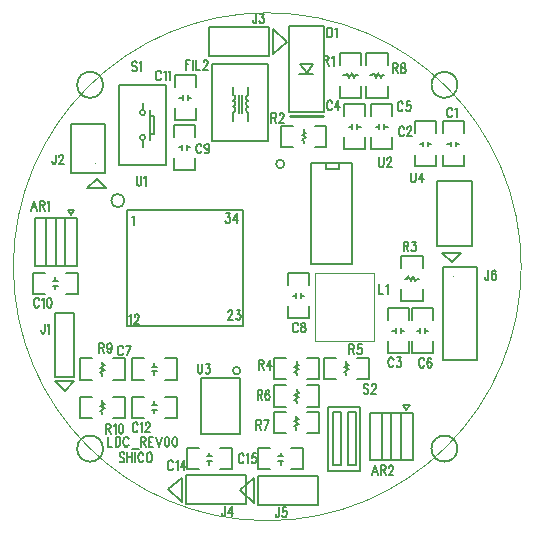
<source format=gbr>
*
*
G04 PADS 9.3 Build Number: 433611 generated Gerber (RS-274-X) file*
G04 PC Version=2.1*
*
%IN "LDC_Layout_20161209.pcb"*%
*
%MOIN*%
*
%FSLAX35Y35*%
*
*
*
*
G04 PC Standard Apertures*
*
*
G04 Thermal Relief Aperture macro.*
%AMTER*
1,1,$1,0,0*
1,0,$1-$2,0,0*
21,0,$3,$4,0,0,45*
21,0,$3,$4,0,0,135*
%
*
*
G04 Annular Aperture macro.*
%AMANN*
1,1,$1,0,0*
1,0,$2,0,0*
%
*
*
G04 Odd Aperture macro.*
%AMODD*
1,1,$1,0,0*
1,0,$1-0.005,0,0*
%
*
*
G04 PC Custom Aperture Macros*
*
*
*
*
*
*
G04 PC Aperture Table*
*
%ADD010C,0.001*%
%ADD011C,0.005*%
%ADD035C,0.01*%
%ADD041C,0.00394*%
%ADD044C,0.00394*%
%ADD045C,0.00003*%
*
*
*
*
G04 PC Circuitry*
G04 Layer Name LDC_Layout_20161209.pcb - circuitry*
%LPD*%
*
*
G04 PC Custom Flashes*
G04 Layer Name LDC_Layout_20161209.pcb - flashes*
%LPD*%
*
*
G04 PC Circuitry*
G04 Layer Name LDC_Layout_20161209.pcb - circuitry*
%LPD*%
*
G54D10*
G54D11*
G01X346125Y415748D02*
G75*
G03X346125I-2227J0D01*
G01X346857Y412738D02*
Y373855D01*
X385752*
Y412765*
X346887*
X379952Y411549D02*
X381202D01*
X380520Y410299*
X380861*
X381088Y410143*
X381202Y409986*
X381315Y409518*
Y409205*
X381202Y408736*
X380974Y408424*
X380634Y408268*
X380634D02*
X380293D01*
X379952Y408424*
X379838Y408580*
X379724Y408893*
X383474Y411549D02*
X382338Y409361D01*
X384043*
X383474Y411549D02*
Y408268D01*
X380724Y378504D02*
Y378660D01*
X380838Y378973*
X380951Y379129*
X381178Y379285*
X381633*
X381860Y379129*
X381974Y378973*
X382088Y378660*
Y378348*
X381974Y378035*
X381747Y377566*
X380610Y376004*
X382201*
X383451Y379285D02*
X384701D01*
X384019Y378035*
X384360*
X384588Y377879*
X384701Y377723*
X384815Y377254*
Y376941*
X384701Y376473*
X384474Y376160*
X384133Y376004*
X383792*
X383451Y376160*
X383338Y376316*
X383224Y376629*
X347745Y377192D02*
X347973Y377348D01*
X348313Y377817*
Y374536*
X349450Y377036D02*
Y377192D01*
X349563Y377504*
X349677Y377661*
X349904Y377817*
X350359*
X350586Y377661*
X350700Y377504*
X350813Y377192*
Y376879*
X350700Y376567*
X350473Y376098*
X349336Y374536*
X350927*
X348622Y410137D02*
X348849Y410293D01*
X349190Y410762*
Y407480*
X422047Y428346D02*
Y394488D01*
X408268*
Y428346*
X422047*
X417520Y428150D02*
Y426181D01*
X413189*
Y428150*
X417520*
X399451Y427953D02*
G03X399451I-1420J0D01*
G01X384646Y356693D02*
Y337795D01*
X371654*
Y356693*
X384646*
X384710Y359055D02*
G03X384710I-1245J0D01*
G01X409055Y457874D02*
X404331D01*
X408992Y461417D02*
X404559D01*
X406859Y458268*
X408992Y461417*
X412500Y474016D02*
Y445276D01*
X400886*
Y474016*
X412500*
X362795Y453543D02*
Y457480D01*
X369882*
Y453543*
Y446457D02*
Y442520D01*
X362795*
Y446457*
X365551Y449213D02*
Y450787D01*
X367126Y449213D02*
Y450787D01*
Y450000D02*
X368307D01*
X364370D02*
X365551D01*
X417913Y461024D02*
Y464961D01*
X425000*
Y461024*
Y453937D02*
Y450000D01*
X417913*
Y453937*
X423031Y457480D02*
X423819D01*
X419094D02*
X419882D01*
X420276Y458268*
X421063Y456693*
X421850Y458268*
X422638Y456693*
X423031Y457480*
X409449Y440748D02*
X413386D01*
Y433661*
X409449*
X402362D02*
X398425D01*
Y440748*
X402362*
X405906Y435630D02*
Y434843D01*
Y439567D02*
Y438780D01*
X406693Y438386*
X405118Y437598*
X406693Y436811*
X405118Y436024*
X405906Y435630*
X450158Y400631D02*
Y422359D01*
X461812*
Y400709*
X450357*
X445472Y386220D02*
Y382283D01*
X438386*
Y386220*
Y393307D02*
Y397244D01*
X445472*
Y393307*
X440354Y389764D02*
X439567D01*
X444291D02*
X443504D01*
X443110Y388976*
X442323Y390551*
X441535Y388976*
X440748Y390551*
X440354Y389764*
X459252Y431102D02*
Y427165D01*
X452165*
Y431102*
Y438189D02*
Y442126D01*
X459252*
Y438189*
X456496Y435433D02*
Y433858D01*
X454921Y435433D02*
Y433858D01*
Y434646D02*
X453740D01*
X457677D02*
X456496D01*
X450000Y431102D02*
Y427165D01*
X442913*
Y431102*
Y438189D02*
Y442126D01*
X450000*
Y438189*
X447244Y435433D02*
Y433858D01*
X445669Y435433D02*
Y433858D01*
Y434646D02*
X444488D01*
X448425D02*
X447244D01*
X400000Y356299D02*
X396063D01*
Y363386*
X400000*
X407087D02*
X411024D01*
Y356299*
X407087*
X403543Y361417D02*
Y362205D01*
Y357480D02*
Y358268D01*
X402756Y358661*
X404331Y359449*
X402756Y360236*
X404331Y361024*
X403543Y361417*
X433858Y375984D02*
Y379921D01*
X440945*
Y375984*
Y368898D02*
Y364961D01*
X433858*
Y368898*
X436614Y371654D02*
Y373228D01*
X438189Y371654D02*
Y373228D01*
Y372441D02*
X439370D01*
X435433D02*
X436614D01*
X426378Y436811D02*
Y432874D01*
X419291*
Y436811*
Y443898D02*
Y447835D01*
X426378*
Y443898*
X423622Y441142D02*
Y439567D01*
X422047Y441142D02*
Y439567D01*
Y440354D02*
X420866D01*
X424803D02*
X423622D01*
X435433Y436811D02*
Y432874D01*
X428346*
Y436811*
Y443898D02*
Y447835D01*
X435433*
Y443898*
X432677Y441142D02*
Y439567D01*
X431102Y441142D02*
Y439567D01*
Y440354D02*
X429921D01*
X433858D02*
X432677D01*
X441929Y375984D02*
Y379921D01*
X449016*
Y375984*
Y368898D02*
Y364961D01*
X441929*
Y368898*
X444685Y371654D02*
Y373228D01*
X446260Y371654D02*
Y373228D01*
Y372441D02*
X447441D01*
X443504D02*
X444685D01*
X360039Y454134D02*
Y427756D01*
X344291*
Y454134*
X360039*
X353046Y445079D02*
G03X353046I-881J0D01*
G01Y436811D02*
G03X353046I-881J0D01*
G01X354528Y445866D02*
Y436024D01*
Y443898D02*
Y437992D01*
X356102*
Y443898*
X354528*
X352165Y448228D02*
Y445866D01*
Y436024D02*
Y433661D01*
X359646Y363189D02*
X363583D01*
Y356102*
X359646*
X352559D02*
X348622D01*
Y363189*
X352559*
X355315Y360433D02*
X356890D01*
X355315Y358858D02*
X356890D01*
X356102D02*
Y357677D01*
Y361614D02*
Y360433D01*
X400591Y387598D02*
Y391535D01*
X407677*
Y387598*
Y380512D02*
Y376575D01*
X400591*
Y380512*
X403346Y383268D02*
Y384843D01*
X404921Y383268D02*
Y384843D01*
Y384055D02*
X406102D01*
X402165D02*
X403346D01*
X369685Y429921D02*
Y425984D01*
X362598*
Y429921*
Y437008D02*
Y440945D01*
X369685*
Y437008*
X366929Y434252D02*
Y432677D01*
X365354Y434252D02*
Y432677D01*
Y433465D02*
X364173D01*
X368110D02*
X366929D01*
X326575Y391732D02*
X330512D01*
Y384646*
X326575*
X319488D02*
X315551D01*
Y391732*
X319488*
X322244Y388976D02*
X323819D01*
X322244Y387402D02*
X323819D01*
X323031D02*
Y386220D01*
Y390157D02*
Y388976D01*
X433858Y453937D02*
Y450000D01*
X426772*
Y453937*
Y461024D02*
Y464961D01*
X433858*
Y461024*
X428740Y457480D02*
X427953D01*
X432677D02*
X431890D01*
X431496Y456693*
X430709Y458268*
X429921Y456693*
X429134Y458268*
X428740Y457480*
X359646Y350394D02*
X363583D01*
Y343307*
X359646*
X352559D02*
X348622D01*
Y350394*
X352559*
X355315Y347638D02*
X356890D01*
X355315Y346063D02*
X356890D01*
X356102D02*
Y344882D01*
Y348819D02*
Y347638D01*
X338976Y333071D02*
G03X338976I-4330J0D01*
G01X423622Y363386D02*
X427559D01*
Y356299*
X423622*
X416535D02*
X412598D01*
Y363386*
X416535*
X420079Y358268D02*
Y357480D01*
Y362205D02*
Y361417D01*
X420866Y361024*
X419291Y360236*
X420866Y359449*
X419291Y358661*
X420079Y358268*
X413976Y346850D02*
X424606D01*
Y325591*
X413976*
Y346850*
X415551Y345276D02*
X418307D01*
Y327559*
X415551*
Y345276*
X420472D02*
X423228D01*
Y327657*
X420472*
Y345276*
X400000Y347047D02*
X396063D01*
Y354134*
X400000*
X407087D02*
X411024D01*
Y347047*
X407087*
X403543Y352165D02*
Y352953D01*
Y348228D02*
Y349016D01*
X402756Y349409*
X404331Y350197*
X402756Y350984*
X404331Y351772*
X403543Y352165*
X399803Y338189D02*
X395866D01*
Y345276*
X399803*
X406890D02*
X410827D01*
Y338189*
X406890*
X403346Y343307D02*
Y344094D01*
Y339370D02*
Y340157D01*
X402559Y340551*
X404134Y341339*
X402559Y342126*
X404134Y342913*
X403346Y343307*
X394094Y461220D02*
Y435630D01*
X375197*
Y461220*
X394094*
X384252Y450984D02*
Y445079D01*
X385433Y450984D02*
Y445079D01*
X382283Y447047D02*
G03Y449016I-196J984D01*
Y450984I-196J984*
G01Y445079D02*
G03Y447047I-196J984D01*
G01X387402Y450984D02*
G03Y449016I196J-984D01*
Y447047I196J-985*
Y445079I196J-984*
G01Y453740D02*
Y450984D01*
X382283Y453740D02*
Y450984D01*
X387402Y445079D02*
Y442323D01*
X382283Y445079D02*
Y442323D01*
X370866Y326181D02*
X366929D01*
Y333268*
X370866*
X377953D02*
X381890D01*
Y326181*
X377953*
X375197Y328937D02*
X373622D01*
X375197Y330512D02*
X373622D01*
X374409D02*
Y331693D01*
Y327756D02*
Y328937D01*
X394685Y326181D02*
X390748D01*
Y333268*
X394685*
X401772D02*
X405709D01*
Y326181*
X401772*
X399016Y328937D02*
X397441D01*
X399016Y330512D02*
X397441D01*
X398228D02*
Y331693D01*
Y327756D02*
Y328937D01*
X457087Y454331D02*
G03X457087I-4331J0D01*
G01Y333071D02*
G03X457087I-4331J0D01*
G01X338976Y454331D02*
G03X338976I-4330J0D01*
G01X323031Y357087D02*
Y378346D01*
X329331*
Y357087*
X323031*
Y355512D02*
X329331D01*
X326181Y352362*
X323031Y355512*
X328150Y425000D02*
Y441142D01*
X339567*
Y425000*
X328150*
X339961Y419882D02*
X333661D01*
X336811Y423031*
X339961Y419882*
X463780Y393701D02*
Y362598D01*
X452362*
Y393701*
X463780*
X451969Y398425D02*
X458268D01*
X455118Y395276*
X451969Y398425*
X394370Y473701D02*
Y463976D01*
X374409*
Y473701*
X394370*
X395669Y464764D02*
Y473031D01*
X400394Y468701*
X395669Y464764*
X330315Y409843D02*
X316142D01*
Y394094*
X330315*
Y409843*
X329378Y412459D02*
X328278Y410859D01*
X327178Y412459*
X329378*
X320028Y409843D02*
Y394094D01*
X326428Y409843D02*
Y394094D01*
X323228Y409843D02*
Y394094D01*
X442126Y344882D02*
X427953D01*
Y329134*
X442126*
Y344882*
X441189Y347498D02*
X440089Y345898D01*
X438989Y347498*
X441189*
X431839Y344882D02*
Y329134D01*
X438239Y344882D02*
Y329134D01*
X435039Y344882D02*
Y329134D01*
X366654Y314488D02*
Y324213D01*
X386614*
Y314488*
X366654*
X365354Y323425D02*
Y315157D01*
X360630Y319488*
X365354Y323425*
X390669Y314291D02*
Y324016D01*
X410630*
Y314291*
X390669*
X389370Y323228D02*
Y314961D01*
X384646Y319291*
X389370Y323228*
X335236Y343307D02*
X331299D01*
Y350394*
X335236*
X342323D02*
X346260D01*
Y343307*
X342323*
X338780Y348425D02*
Y349213D01*
Y344488D02*
Y345276D01*
X337992Y345669*
X339567Y346457*
X337992Y347244*
X339567Y348031*
X338780Y348425*
X335236Y356102D02*
X331299D01*
Y363189*
X335236*
X342323D02*
X346260D01*
Y356102*
X342323*
X338780Y361220D02*
Y362008D01*
Y357283D02*
Y358071D01*
X337992Y358465*
X339567Y359252*
X337992Y360039*
X339567Y360827*
X338780Y361220*
X350150Y423922D02*
Y421578D01*
X350264Y421110*
X350491Y420797*
X350832Y420641*
X351059*
X351400Y420797*
X351628Y421110*
X351741Y421578*
Y423922*
X352764Y423297D02*
X352991Y423453D01*
X353332Y423922*
Y420641*
X430938Y430221D02*
Y427878D01*
X431052Y427409*
X431279Y427096*
X431620Y426940*
X431847*
X432188Y427096*
X432415Y427409*
X432529Y427878*
Y430221*
X433665Y429440D02*
Y429596D01*
X433779Y429909*
X433893Y430065*
X434120Y430221*
X434575*
X434802Y430065*
X434915Y429909*
X435029Y429596*
Y429284*
X434915Y428971*
X434688Y428503*
X433552Y426940*
X435143*
X370505Y361324D02*
Y358980D01*
X370619Y358511*
X370846Y358199*
X371187Y358043*
X371414*
X371755Y358199*
X371982Y358511*
X372096Y358980*
Y361324*
X373346D02*
X374596D01*
X373914Y360074*
X374255*
X374482Y359918*
X374596Y359761*
X374710Y359293*
Y358980*
X374596Y358511*
X374369Y358199*
X374028Y358043*
X373687*
X373346Y358199*
X373232Y358355*
X373119Y358668*
X413751Y473407D02*
Y470125D01*
Y473407D02*
X414547D01*
X414888Y473250*
X415115Y472938*
X415229Y472625*
X415342Y472157*
Y471375*
X415229Y470907*
X415115Y470594*
X414888Y470282*
X414547Y470125*
X413751*
X416365Y472782D02*
X416592Y472938D01*
X416933Y473407*
Y470125*
X358229Y458294D02*
X358115Y458607D01*
X357888Y458919*
X357661Y459075*
X357206*
X356979Y458919*
X356752Y458607*
X356638Y458294*
X356524Y457825*
Y457044*
X356638Y456575*
X356752Y456263*
X356979Y455950*
X357206Y455794*
X357661*
X357888Y455950*
X358115Y456263*
X358229Y456575*
X359252Y458450D02*
X359479Y458607D01*
X359820Y459075*
Y455794*
X360843Y458450D02*
X361070Y458607D01*
X361411Y459075*
Y455794*
X412627Y464061D02*
Y460780D01*
Y464061D02*
X413649D01*
X413990Y463905*
X414104Y463749*
X414218Y463436*
Y463124*
X414104Y462811*
X413990Y462655*
X413649Y462499*
X412627*
X413422D02*
X414218Y460780D01*
X415240Y463436D02*
X415468Y463593D01*
X415809Y464061*
Y460780*
X395111Y444985D02*
Y441704D01*
Y444985D02*
X396134D01*
X396475Y444829*
X396589Y444673*
X396702Y444360*
Y444048*
X396589Y443735*
X396475Y443579*
X396134Y443423*
X395111*
X395907D02*
X396702Y441704D01*
X397839Y444204D02*
Y444360D01*
X397952Y444673*
X398066Y444829*
X398293Y444985*
X398748*
X398975Y444829*
X399089Y444673*
X399202Y444360*
Y444048*
X399089Y443735*
X398861Y443266*
X397725Y441704*
X399316*
X441564Y425107D02*
Y422764D01*
X441677Y422295*
X441905Y421982*
X442246Y421826*
X442473*
X442814Y421982*
X443041Y422295*
X443155Y422764*
Y425107*
X445314D02*
X444177Y422920D01*
X445882*
X445314Y425107D02*
Y421826D01*
X439145Y402067D02*
Y398786D01*
Y402067D02*
X440168D01*
X440509Y401911*
X440622Y401755*
X440736Y401442*
Y401130*
X440622Y400817*
X440509Y400661*
X440168Y400505*
X439145*
X439940D02*
X440736Y398786D01*
X441986Y402067D02*
X443236D01*
X442554Y400817*
X442895*
X443122Y400661*
X443236Y400505*
X443349Y400036*
Y399724*
X443236Y399255*
X443009Y398942*
X442668Y398786*
X442327*
X441986Y398942*
X441872Y399099*
X441759Y399411*
X455341Y445976D02*
X455228Y446288D01*
X455000Y446601*
X454773Y446757*
X454319*
X454091Y446601*
X453864Y446288*
X453750Y445976*
X453637Y445507*
Y444726*
X453750Y444257*
X453864Y443944*
X454091Y443632*
X454319Y443476*
X454773*
X455000Y443632*
X455228Y443944*
X455341Y444257*
X456364Y446132D02*
X456591Y446288D01*
X456932Y446757*
Y443476*
X439275Y439729D02*
X439161Y440041D01*
X438934Y440354*
X438706Y440510*
X438252*
X438025Y440354*
X437797Y440041*
X437684Y439729*
X437570Y439260*
Y438479*
X437684Y438010*
X437797Y437698*
X438025Y437385*
X438252Y437229*
X438706*
X438934Y437385*
X439161Y437698*
X439275Y438010*
X440411Y439729D02*
Y439885D01*
X440525Y440198*
X440638Y440354*
X440866Y440510*
X441320*
X441547Y440354*
X441661Y440198*
X441775Y439885*
Y439573*
X441661Y439260*
X441434Y438791*
X440297Y437229*
X441888*
X390921Y362702D02*
Y359421D01*
Y362702D02*
X391943D01*
X392284Y362546*
X392398Y362389*
X392512Y362077*
Y361764*
X392398Y361452*
X392284Y361296*
X391943Y361139*
X390921*
X391716D02*
X392512Y359421D01*
X394671Y362702D02*
X393534Y360514D01*
X395239*
X394671Y362702D02*
Y359421D01*
X430877Y387860D02*
Y384579D01*
X432241*
X433264Y387235D02*
X433491Y387391D01*
X433832Y387860*
Y384579*
X435788Y362712D02*
X435674Y363025D01*
X435447Y363337*
X435220Y363493*
X434765*
X434538Y363337*
X434311Y363025*
X434197Y362712*
X434083Y362243*
Y361462*
X434197Y360993*
X434311Y360681*
X434538Y360368*
X434765Y360212*
X435220*
X435447Y360368*
X435674Y360681*
X435788Y360993*
X437038Y363493D02*
X438288D01*
X437606Y362243*
X437947*
X438174Y362087*
X438288Y361931*
X438402Y361462*
Y361150*
X438288Y360681*
X438061Y360368*
X437720Y360212*
X437379*
X437038Y360368*
X436924Y360525*
X436811Y360837*
X415259Y448447D02*
X415145Y448760D01*
X414918Y449072*
X414691Y449228*
X414236*
X414009Y449072*
X413782Y448760*
X413668Y448447*
X413554Y447978*
Y447197*
X413668Y446728*
X413782Y446416*
X414009Y446103*
X414236Y445947*
X414691*
X414918Y446103*
X415145Y446416*
X415259Y446728*
X417418Y449228D02*
X416282Y447041D01*
X417986*
X417418Y449228D02*
Y445947D01*
X438881Y448053D02*
X438767Y448366D01*
X438540Y448678*
X438313Y448835*
X437858*
X437631Y448678*
X437404Y448366*
X437290Y448053*
X437176Y447585*
Y446803*
X437290Y446335*
X437404Y446022*
X437631Y445710*
X437858Y445553*
X438313*
X438540Y445710*
X438767Y446022*
X438881Y446335*
X441381Y448835D02*
X440245D01*
X440131Y447428*
X440245Y447585*
X440586Y447741*
X440926*
X441267Y447585*
X441495Y447272*
X441608Y446803*
X441495Y446491*
X441381Y446022*
X441154Y445710*
X440813Y445553*
X440472*
X440131Y445710*
X440017Y445866*
X439904Y446178*
X446024Y362572D02*
X445911Y362885D01*
X445683Y363197*
X445456Y363353*
X445001*
X444774Y363197*
X444547Y362885*
X444433Y362572*
X444320Y362103*
Y361322*
X444433Y360853*
X444547Y360541*
X444774Y360228*
X445001Y360072*
X445456*
X445683Y360228*
X445911Y360541*
X446024Y360853*
X448411Y362885D02*
X448297Y363197D01*
X447956Y363353*
X447729*
X447388Y363197*
X447161Y362728*
X447047Y361947*
Y361166*
X447161Y360541*
X447388Y360228*
X447729Y360072*
X447842*
X448183Y360228*
X448411Y360541*
X448524Y361010*
Y361166*
X448411Y361635*
X448183Y361947*
X447842Y362103*
X447729*
X447388Y361947*
X447161Y361635*
X447047Y361166*
X350185Y461717D02*
X349957Y462030D01*
X349616Y462186*
X349162*
X348821Y462030*
X348594Y461717*
Y461405*
X348707Y461092*
X348821Y460936*
X349048Y460780*
X349730Y460467*
X349957Y460311*
X350071Y460155*
X350185Y459842*
Y459374*
X349957Y459061*
X349616Y458905*
X349162*
X348821Y459061*
X348594Y459374*
X351207Y461561D02*
X351435Y461717D01*
X351776Y462186*
Y458905*
X345578Y366645D02*
X345464Y366957D01*
X345237Y367270*
X345010Y367426*
X344555*
X344328Y367270*
X344101Y366957*
X343987Y366645*
X343873Y366176*
Y365395*
X343987Y364926*
X344101Y364614*
X344328Y364301*
X344555Y364145*
X345010*
X345237Y364301*
X345464Y364614*
X345578Y364926*
X348192Y367426D02*
X347055Y364145D01*
X346601Y367426D02*
X348192D01*
X403898Y374326D02*
X403785Y374639D01*
X403557Y374951*
X403330Y375107*
X402875*
X402648Y374951*
X402421Y374639*
X402307Y374326*
X402194Y373857*
Y373076*
X402307Y372607*
X402421Y372295*
X402648Y371982*
X402875Y371826*
X403330*
X403557Y371982*
X403785Y372295*
X403898Y372607*
X405489Y375107D02*
X405148Y374951D01*
X405035Y374639*
Y374326*
X405148Y374014*
X405375Y373857*
X405830Y373701*
X406171Y373545*
X406398Y373232*
X406512Y372920*
Y372451*
X406398Y372139*
X406285Y371982*
X405944Y371826*
X405489*
X405148Y371982*
X405035Y372139*
X404921Y372451*
Y372920*
X405035Y373232*
X405262Y373545*
X405603Y373701*
X406057Y373857*
X406285Y374014*
X406398Y374326*
Y374639*
X406285Y374951*
X405944Y375107*
X405489*
X371755Y433963D02*
X371641Y434276D01*
X371414Y434588*
X371187Y434745*
X370732*
X370505Y434588*
X370278Y434276*
X370164Y433963*
X370050Y433495*
Y432713*
X370164Y432245*
X370278Y431932*
X370505Y431620*
X370732Y431463*
X371187*
X371414Y431620*
X371641Y431932*
X371755Y432245*
X374255Y433651D02*
X374141Y433182D01*
X373914Y432870*
X373573Y432713*
X373460*
X373119Y432870*
X372891Y433182*
X372778Y433651*
Y433807*
X372891Y434276*
X373119Y434588*
X373460Y434745*
X373573*
X373914Y434588*
X374141Y434276*
X374255Y433651*
Y432870*
X374141Y432088*
X373914Y431620*
X373573Y431463*
X373346*
X373005Y431620*
X372891Y431932*
X317617Y382590D02*
X317504Y382902D01*
X317276Y383215*
X317049Y383371*
X316594*
X316367Y383215*
X316140Y382902*
X316026Y382590*
X315913Y382121*
Y381340*
X316026Y380871*
X316140Y380559*
X316367Y380246*
X316594Y380090*
X317049*
X317276Y380246*
X317504Y380559*
X317617Y380871*
X318640Y382746D02*
X318867Y382902D01*
X319208Y383371*
Y380090*
X320913Y383371D02*
X320572Y383215D01*
X320344Y382746*
X320231Y381965*
Y381496*
X320344Y380715*
X320572Y380246*
X320913Y380090*
X321140*
X321481Y380246*
X321708Y380715*
X321822Y381496*
Y381965*
X321708Y382746*
X321481Y383215*
X321140Y383371*
X320913*
X435602Y461516D02*
Y458235D01*
Y461516D02*
X436624D01*
X436965Y461360*
X437079Y461204*
X437193Y460891*
Y460579*
X437079Y460266*
X436965Y460110*
X436624Y459954*
X435602*
X436397D02*
X437193Y458235D01*
X438783Y461516D02*
X438443Y461360D01*
X438329Y461048*
Y460735*
X438443Y460423*
X438670Y460266*
X439124Y460110*
X439465Y459954*
X439693Y459641*
X439806Y459329*
Y458860*
X439693Y458548*
X439579Y458391*
X439238Y458235*
X438783*
X438443Y458391*
X438329Y458548*
X438215Y458860*
Y459329*
X438329Y459641*
X438556Y459954*
X438897Y460110*
X439352Y460266*
X439579Y460423*
X439693Y460735*
Y461048*
X439579Y461360*
X439238Y461516*
X438783*
X350491Y341054D02*
X350378Y341367D01*
X350150Y341679*
X349923Y341836*
X349469*
X349241Y341679*
X349014Y341367*
X348900Y341054*
X348787Y340586*
Y339804*
X348900Y339336*
X349014Y339023*
X349241Y338711*
X349469Y338554*
X349923*
X350150Y338711*
X350378Y339023*
X350491Y339336*
X351514Y341211D02*
X351741Y341367D01*
X352082Y341836*
Y338554*
X353219Y341054D02*
Y341211D01*
X353332Y341523*
X353446Y341679*
X353673Y341836*
X354128*
X354355Y341679*
X354469Y341523*
X354582Y341211*
Y340898*
X354469Y340586*
X354241Y340117*
X353105Y338554*
X354696*
X421039Y367820D02*
Y364539D01*
Y367820D02*
X422062D01*
X422402Y367664*
X422516Y367507*
X422630Y367195*
Y366882*
X422516Y366570*
X422402Y366414*
X422062Y366257*
X421039*
X421834D02*
X422630Y364539D01*
X425130Y367820D02*
X423993D01*
X423880Y366414*
X423993Y366570*
X424334Y366726*
X424675*
X425016Y366570*
X425243Y366257*
X425357Y365789*
X425243Y365476*
X425130Y365007*
X424902Y364695*
X424562Y364539*
X424221*
X423880Y364695*
X423766Y364851*
X423652Y365164*
X427411Y354162D02*
X427184Y354475D01*
X426843Y354631*
X426388*
X426047Y354475*
X425820Y354162*
Y353850*
X425934Y353537*
X426047Y353381*
X426275Y353225*
X426956Y352912*
X427184Y352756*
X427297Y352600*
X427411Y352287*
Y351818*
X427184Y351506*
X426843Y351350*
X426388*
X426047Y351506*
X425820Y351818*
X428547Y353850D02*
Y354006D01*
X428661Y354318*
X428775Y354475*
X429002Y354631*
X429456*
X429684Y354475*
X429797Y354318*
X429911Y354006*
Y353693*
X429797Y353381*
X429570Y352912*
X428434Y351350*
X430025*
X390462Y352522D02*
Y349241D01*
Y352522D02*
X391484D01*
X391825Y352366*
X391939Y352210*
X392053Y351897*
Y351585*
X391939Y351272*
X391825Y351116*
X391484Y350960*
X390462*
X391257D02*
X392053Y349241D01*
X394439Y352053D02*
X394325Y352366D01*
X393984Y352522*
X393757*
X393416Y352366*
X393189Y351897*
X393075Y351116*
Y350335*
X393189Y349710*
X393416Y349397*
X393757Y349241*
X393871*
X394212Y349397*
X394439Y349710*
X394553Y350178*
Y350335*
X394439Y350803*
X394212Y351116*
X393871Y351272*
X393757*
X393416Y351116*
X393189Y350803*
X393075Y350335*
X389993Y342623D02*
Y339342D01*
Y342623D02*
X391016D01*
X391357Y342467*
X391471Y342311*
X391584Y341998*
Y341686*
X391471Y341373*
X391357Y341217*
X391016Y341061*
X389993*
X390789D02*
X391584Y339342D01*
X394198Y342623D02*
X393061Y339342D01*
X392607Y342623D02*
X394198D01*
X366495Y462702D02*
Y459421D01*
Y462702D02*
X367972D01*
X366495Y461139D02*
X367404D01*
X368995Y462702D02*
Y459421D01*
X370018Y462702D02*
Y459421D01*
X371382*
X372518Y461921D02*
Y462077D01*
X372632Y462389*
X372745Y462546*
X372972Y462702*
X373427*
X373654Y462546*
X373768Y462389*
X373882Y462077*
Y461764*
X373768Y461452*
X373541Y460983*
X372404Y459421*
X373995*
X362245Y328456D02*
X362132Y328768D01*
X361905Y329081*
X361677Y329237*
X361223*
X360995Y329081*
X360768Y328768*
X360655Y328456*
X360541Y327987*
Y327206*
X360655Y326737*
X360768Y326425*
X360995Y326112*
X361223Y325956*
X361677*
X361905Y326112*
X362132Y326425*
X362245Y326737*
X363268Y328612D02*
X363495Y328768D01*
X363836Y329237*
Y325956*
X365995Y329237D02*
X364859Y327050D01*
X366564*
X365995Y329237D02*
Y325956D01*
X385849Y330678D02*
X385735Y330990D01*
X385508Y331303*
X385281Y331459*
X384826*
X384599Y331303*
X384371Y330990*
X384258Y330678*
X384144Y330209*
Y329428*
X384258Y328959*
X384371Y328647*
X384599Y328334*
X384826Y328178*
X385281*
X385508Y328334*
X385735Y328647*
X385849Y328959*
X386871Y330834D02*
X387099Y330990D01*
X387440Y331459*
Y328178*
X389940Y331459D02*
X388803D01*
X388690Y330053*
X388803Y330209*
X389144Y330365*
X389485*
X389826Y330209*
X390053Y329897*
X390167Y329428*
X390053Y329115*
X389940Y328647*
X389712Y328334*
X389371Y328178*
X389031*
X388690Y328334*
X388576Y328490*
X388462Y328803*
X319472Y374722D02*
Y372222D01*
X319358Y371753*
X319244Y371597*
X319017Y371441*
X318790*
X318563Y371597*
X318449Y371753*
X318335Y372222*
Y372534*
X320494Y374097D02*
X320722Y374253D01*
X321063Y374722*
Y371441*
X323212Y431100D02*
Y428600D01*
X323098Y428131*
X322985Y427975*
X322757Y427819*
X322530*
X322303Y427975*
X322189Y428131*
X322076Y428600*
Y428913*
X324348Y430319D02*
Y430475D01*
X324462Y430788*
X324576Y430944*
X324803Y431100*
X325257*
X325485Y430944*
X325598Y430788*
X325712Y430475*
Y430163*
X325598Y429850*
X325371Y429381*
X324235Y427819*
X325826*
X467447Y392531D02*
Y390031D01*
X467333Y389563*
X467219Y389406*
X466992Y389250*
X466765*
X466538Y389406*
X466424Y389563*
X466310Y390031*
Y390344*
X469833Y392063D02*
X469719Y392375D01*
X469378Y392531*
X469151*
X468810Y392375*
X468583Y391906*
X468469Y391125*
Y390344*
X468583Y389719*
X468810Y389406*
X469151Y389250*
X469265*
X469606Y389406*
X469833Y389719*
X469947Y390188*
Y390344*
X469833Y390813*
X469606Y391125*
X469265Y391281*
X469151*
X468810Y391125*
X468583Y390813*
X468469Y390344*
X390050Y478113D02*
Y475613D01*
X389936Y475144*
X389822Y474988*
X389595Y474831*
X389368*
X389141Y474988*
X389027Y475144*
X388913Y475613*
Y475925*
X391300Y478113D02*
X392550D01*
X391868Y476863*
X392209*
X392436Y476706*
X392550Y476550*
X392663Y476081*
Y475769*
X392550Y475300*
X392322Y474988*
X391981Y474831*
X391641*
X391300Y474988*
X391186Y475144*
X391072Y475456*
X315959Y415711D02*
X315050Y412430D01*
X315959Y415711D02*
X316868Y412430D01*
X315391Y413524D02*
X316527D01*
X317891Y415711D02*
Y412430D01*
Y415711D02*
X318913D01*
X319254Y415555*
X319368Y415399*
X319481Y415086*
Y414774*
X319368Y414461*
X319254Y414305*
X318913Y414149*
X317891*
X318686D02*
X319481Y412430D01*
X320504Y415086D02*
X320731Y415242D01*
X321072Y415711*
Y412430*
X429639Y327466D02*
X428730Y324184D01*
X429639Y327466D02*
X430548Y324184D01*
X429071Y325278D02*
X430208D01*
X431571Y327466D02*
Y324184D01*
Y327466D02*
X432594D01*
X432935Y327309*
X433048Y327153*
X433048D02*
X433162Y326841D01*
Y326528*
X433048Y326216*
X433048D02*
X432935Y326059D01*
X432594Y325903*
X431571*
X432367D02*
X433162Y324184D01*
X434298Y326684D02*
Y326841D01*
X434298D02*
X434412Y327153D01*
X434526Y327309*
X434753Y327466*
X435208*
X435435Y327309*
X435548Y327153*
X435548D02*
X435662Y326841D01*
Y326528*
X435548Y326216*
X435548D02*
X435321Y325747D01*
X434185Y324184*
X435776*
X379686Y313883D02*
Y311383D01*
X379572Y310914*
X379459Y310758*
X379231Y310602*
X379004*
X378777Y310758*
X378663Y310914*
X378550Y311383*
Y311695*
X381845Y313883D02*
X380709Y311695D01*
X382413*
X381845Y313883D02*
Y310602D01*
X397599Y313489D02*
Y310989D01*
X397486Y310520*
X397372Y310364*
X397145Y310208*
X396918*
X396690Y310364*
X396577Y310520*
X396463Y310989*
Y311302*
X400099Y313489D02*
X398963D01*
X398849Y312083*
X398963Y312239*
X399304Y312395*
X399645*
X399986Y312239*
X400213Y311927*
X400327Y311458*
X400213Y311145*
X400099Y310677*
X399872Y310364*
X399531Y310208*
X399190*
X398849Y310364*
X398736Y310520*
X398622Y310833*
X339936Y341302D02*
Y338020D01*
Y341302D02*
X340959D01*
X341300Y341145*
X341413Y340989*
X341527Y340677*
Y340364*
X341413Y340052*
X341300Y339895*
X340959Y339739*
X339936*
X340731D02*
X341527Y338020D01*
X342550Y340677D02*
X342777Y340833D01*
X343118Y341302*
Y338020*
X344822Y341302D02*
X344481Y341145D01*
X344254Y340677*
X344141Y339895*
Y339427*
X344254Y338645*
X344481Y338177*
X344822Y338020*
X345050*
X345391Y338177*
X345618Y338645*
X345731Y339427*
Y339895*
X345618Y340677*
X345391Y341145*
X345050Y341302*
X344822*
X337706Y368270D02*
Y364989D01*
Y368270D02*
X338729D01*
X339069Y368114*
X339183Y367958*
X339297Y367645*
Y367333*
X339183Y367020*
X339069Y366864*
X338729Y366708*
X337706*
X338501D02*
X339297Y364989D01*
X341797Y367176D02*
X341683Y366708D01*
X341456Y366395*
X341115Y366239*
X341001*
X340660Y366395*
X340433Y366708*
X340319Y367176*
Y367333*
X340433Y367801*
X340660Y368114*
X341001Y368270*
X341115*
X341456Y368114*
X341683Y367801*
X341797Y367176*
Y366395*
X341683Y365614*
X341456Y365145*
X341115Y364989*
X340888*
X340547Y365145*
X340433Y365458*
X340748Y336943D02*
Y333661D01*
X342112*
X343134Y336943D02*
Y333661D01*
Y336943D02*
X343930D01*
X344271Y336786*
X344498Y336474*
X344612Y336161*
X344725Y335693*
Y334911*
X344612Y334443*
X344498Y334130*
X344271Y333818*
X343930Y333661*
X343134*
X347453Y336161D02*
X347339Y336474D01*
X347112Y336786*
X346884Y336943*
X346430*
X346203Y336786*
X345975Y336474*
X345862Y336161*
X345748Y335693*
Y334911*
X345862Y334443*
X345975Y334130*
X346203Y333818*
X346430Y333661*
X346884*
X347112Y333818*
X347339Y334130*
X347453Y334443*
X348475Y333036D02*
X350862D01*
X351543Y336943D02*
Y333661D01*
Y336943D02*
X352566D01*
X352907Y336786*
X353021Y336630*
X353134Y336318*
Y336005*
X353021Y335693*
X352907Y335536*
X352566Y335380*
X351543*
X352339D02*
X353134Y333661D01*
X354157Y336943D02*
Y333661D01*
Y336943D02*
X355634D01*
X354157Y335380D02*
X355066D01*
X354157Y333661D02*
X355634D01*
X356657Y336943D02*
X357566Y333661D01*
X358475Y336943D02*
X357566Y333661D01*
X360180Y336943D02*
X359839Y336786D01*
X359612Y336318*
X359498Y335536*
Y335068*
X359612Y334286*
X359839Y333818*
X360180Y333661*
X360407*
X360748Y333818*
X360975Y334286*
X361089Y335068*
Y335536*
X360975Y336318*
X360748Y336786*
X360407Y336943*
X360180*
X362793D02*
X362453Y336786D01*
X362225Y336318*
X362112Y335536*
Y335068*
X362225Y334286*
X362453Y333818*
X362793Y333661*
X363021*
X363362Y333818*
X363589Y334286*
X363703Y335068*
Y335536*
X363589Y336318*
X363362Y336786*
X363021Y336943*
X362793*
X346079Y331356D02*
X345852Y331668D01*
X345511Y331825*
X345056*
X344715Y331668*
X344488Y331356*
Y331043*
X344602Y330731*
X344715Y330575*
X344943Y330418*
X345625Y330106*
X345852Y329950*
X345965Y329793*
X346079Y329481*
Y329012*
X345852Y328700*
X345511Y328543*
X345056*
X344715Y328700*
X344488Y329012*
X347102Y331825D02*
Y328543D01*
X348693Y331825D02*
Y328543D01*
X347102Y330262D02*
X348693D01*
X349715Y331825D02*
Y328543D01*
X352443Y331043D02*
X352329Y331356D01*
X352102Y331668*
X351875Y331825*
X351420*
X351193Y331668*
X350965Y331356*
X350852Y331043*
X350738Y330575*
Y329793*
X350852Y329325*
X350965Y329012*
X351193Y328700*
X351420Y328543*
X351875*
X352102Y328700*
X352329Y329012*
X352443Y329325*
X354147Y331825D02*
X353920Y331668D01*
X353693Y331356*
X353579Y331043*
X353465Y330575*
Y329793*
X353579Y329325*
X353693Y329012*
X353920Y328700*
X354147Y328543*
X354602*
X354829Y328700*
X355056Y329012*
X355170Y329325*
X355284Y329793*
Y330575*
X355170Y331043*
X355056Y331356*
X354829Y331668*
X354602Y331825*
X354147*
G54D35*
X412205Y444094D02*
X401181D01*
G54D41*
X478346Y393701D02*
G03X478346I-84645J0D01*
G54D44*
G01X429134Y391732D02*
X409449D01*
Y369094*
X429134*
Y391732*
G54D45*
X336258Y428157D02*
X336274D01*
X336277Y428156*
X336278Y428155*
X336279Y428154*
Y428152*
X336278Y428151*
X336277Y428150*
X336274*
X336272*
X336263Y428164D02*
X336262D01*
X336260Y428165*
X336259*
X336258Y428167*
Y428170*
X336259Y428171*
X336260Y428172*
X336262Y428173*
X336264*
X336266Y428172*
X336269Y428170*
X336279Y428163*
Y428173*
X455671Y390544D02*
X455655D01*
X455652Y390545*
X455651*
X455650Y390547*
Y390548*
X455651Y390550*
X455652*
X455655Y390551*
X455657*
X455668Y390529D02*
X455670Y390530D01*
X455671Y390532*
Y390533*
X455670Y390535*
X455667Y390537*
X455662Y390538*
X455657*
X455653Y390537*
X455651Y390535*
X455650Y390533*
Y390532*
X455651Y390530*
X455653Y390529*
X455656Y390528*
X455657*
X455660Y390529*
X455662Y390530*
X455663Y390532*
Y390533*
X455662Y390535*
X455660Y390537*
X455657Y390538*
G74*
X0Y0D02*
M02*

</source>
